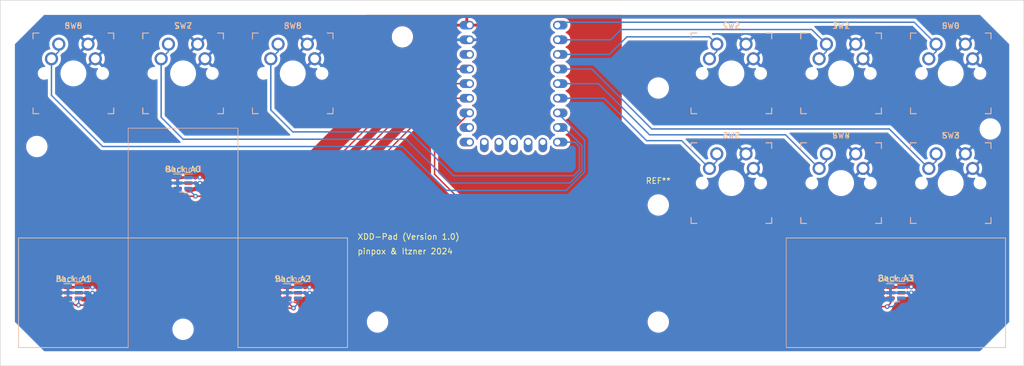
<source format=kicad_pcb>
(kicad_pcb (version 20221018) (generator pcbnew)
  (layers (0 "F.Cu" signal) (31 "B.Cu" signal) (34 "B.Paste" user) (35 "F.Paste" user) (36 "B.SilkS" user "B.Silkscreen") (37 "F.SilkS" user "F.Silkscreen") (38 "B.Mask" user) (39 "F.Mask" user) (44 "Edge.Cuts" user))
  (net 0 "")
  (net 7 "unconnected-(U5-15-Pad16)")
  (net 8 "unconnected-(U5-3V3-Pad21)")
  (net 9 "5V")
  (net 10 "Net-(Back_A0-OUT)")
  (net 11 "GND")
  (net 12 "Net-(Back_A1-OUT)")
  (net 13 "Net-(Back_A2-OUT)")
  (net 14 "Net-(Back_A3-OUT)")
  (net 15 "Digital0")
  (net 16 "Digital1")
  (net 17 "Digital2")
  (net 18 "Digital3")
  (net 19 "Digital4")
  (net 20 "Digital5")
  (net 21 "Digital6")
  (net 22 "Digital7")
  (net 23 "Digital8")
  (footprint "Library:SOT-23_Cherry_MX1u" (layer "F.Cu") (at 75.05 64.495)
    (fp_text reference "Back_A0" (at 0 -2.4) (layer "F.SilkS"))
    (fp_text value "~")
    (fp_line (start 0 -1.56) (end -1.675 -1.56) (stroke (width 0.12)) (layer "F.SilkS"))
    (fp_line (start 0 -1.56) (end 0.65 -1.56) (stroke (width 0.12)) (layer "F.SilkS"))
    (fp_line (start 0 1.56) (end -0.65 1.56) (stroke (width 0.12)) (layer "F.SilkS"))
    (fp_line (start 0 1.56) (end 0.65 1.56) (stroke (width 0.12)) (layer "F.SilkS"))
    (fp_rect (start -9.525 -9.525) (end 9.525 9.525) (stroke (width 0.1)) (fill none) (layer "F.SilkS"))
    (pad "1" smd roundrect (at -0.9375 -0.95) (size 1.475 0.6) (layers "F.Cu" "F.Paste" "F.Mask") (net 9 "5V"))
    (pad "2" smd roundrect (at -0.9375 0.95) (size 1.475 0.6) (layers "F.Cu" "F.Paste" "F.Mask") (net 10 "Net-(Back_A0-OUT)"))
    (pad "3" smd roundrect (at 0.9375 0) (size 1.475 0.6) (layers "F.Cu" "F.Paste" "F.Mask") (net 11 "GND"))
  )
  (footprint "Library:SOT-23_Cherry_MX2u" (layer "F.Cu") (at 198.875 83.545)
    (fp_text reference "Back_A3" (at 0 -2.525) (layer "F.SilkS"))
    (fp_text value "~")
    (fp_line (start 0 -1.56) (end -1.675 -1.56) (stroke (width 0.12)) (layer "F.SilkS"))
    (fp_line (start 0 -1.56) (end 0.65 -1.56) (stroke (width 0.12)) (layer "F.SilkS"))
    (fp_line (start 0 1.56) (end -0.65 1.56) (stroke (width 0.12)) (layer "F.SilkS"))
    (fp_line (start 0 1.56) (end 0.65 1.56) (stroke (width 0.12)) (layer "F.SilkS"))
    (fp_rect (start -19.05 -9.525) (end 19.05 9.525) (stroke (width 0.1)) (fill none) (layer "F.SilkS"))
    (pad "1" smd roundrect (at -0.9375 -0.95) (size 1.475 0.6) (layers "F.Cu" "F.Paste" "F.Mask") (net 9 "5V"))
    (pad "2" smd roundrect (at -0.9375 0.95) (size 1.475 0.6) (layers "F.Cu" "F.Paste" "F.Mask") (net 14 "Net-(Back_A3-OUT)"))
    (pad "3" smd roundrect (at 0.9375 0) (size 1.475 0.6) (layers "F.Cu" "F.Paste" "F.Mask") (net 11 "GND"))
  )
  (footprint "keyswitches:SW_MX_reversible" (layer "F.Cu") (at 170.3 64.495)
    (fp_text reference "SW5" (at 0 -8.255) (layer "F.SilkS"))
    (fp_text value "SW_Push_Dual")
    (fp_text user "${REFERENCE}" (at 0 -8.255) (layer "B.SilkS") (effects (justify mirror)))
    (fp_line (start -7 -7) (end -6 -7) (stroke (width 0.15)) (layer "B.SilkS"))
    (fp_line (start -7 -6) (end -7 -7) (stroke (width 0.15)) (layer "B.SilkS"))
    (fp_line (start -7 7) (end -7 6) (stroke (width 0.15)) (layer "B.SilkS"))
    (fp_line (start -6 7) (end -7 7) (stroke (width 0.15)) (layer "B.SilkS"))
    (fp_line (start 6 -7) (end 7 -7) (stroke (width 0.15)) (layer "B.SilkS"))
    (fp_line (start 7 -7) (end 7 -6) (stroke (width 0.15)) (layer "B.SilkS"))
    (fp_line (start 7 6) (end 7 7) (stroke (width 0.15)) (layer "B.SilkS"))
    (fp_line (start 7 7) (end 6 7) (stroke (width 0.15)) (layer "B.SilkS"))
    (fp_line (start -7 -7) (end -6 -7) (stroke (width 0.15)) (layer "F.SilkS"))
    (fp_line (start -7 -6) (end -7 -7) (stroke (width 0.15)) (layer "F.SilkS"))
    (fp_line (start -7 7) (end -7 6) (stroke (width 0.15)) (layer "F.SilkS"))
    (fp_line (start -6 7) (end -7 7) (stroke (width 0.15)) (layer "F.SilkS"))
    (fp_line (start 6 -7) (end 7 -7) (stroke (width 0.15)) (layer "F.SilkS"))
    (fp_line (start 7 -7) (end 7 -6) (stroke (width 0.15)) (layer "F.SilkS"))
    (fp_line (start 7 6) (end 7 7) (stroke (width 0.15)) (layer "F.SilkS"))
    (fp_line (start 7 7) (end 6 7) (stroke (width 0.15)) (layer "F.SilkS"))
    (pad "" np_thru_hole circle (at -5.08 0) (size 1.7018 1.7018) (drill 1.7018) (layers "*.Cu" "*.Mask"))
    (pad "" np_thru_hole circle (at 0 0) (size 3.9878 3.9878) (drill 3.9878) (layers "*.Cu" "*.Mask"))
    (pad "" np_thru_hole circle (at 5.08 0) (size 1.7018 1.7018) (drill 1.7018) (layers "*.Cu" "*.Mask"))
    (pad "1" thru_hole circle (at -3.81 -2.54) (size 2.286 2.286) (drill 1.4986) (layers "*.Cu" "*.Mask") (net 20 "Digital5"))
    (pad "1" thru_hole circle (at -2.54 -5.08) (size 2.286 2.286) (drill 1.4986) (layers "*.Cu" "*.Mask") (net 20 "Digital5"))
    (pad "2" thru_hole circle (at 2.54 -5.08) (size 2.286 2.286) (drill 1.4986) (layers "*.Cu" "*.Mask") (net 11 "GND"))
    (pad "2" thru_hole circle (at 3.81 -2.54) (size 2.286 2.286) (drill 1.4986) (layers "*.Cu" "*.Mask") (net 11 "GND"))
  )
  (footprint "keyswitches:SW_MX_reversible" (layer "F.Cu") (at 56 45.445)
    (fp_text reference "SW6" (at 0 -8.255) (layer "F.SilkS"))
    (fp_text value "SW_Push_Dual")
    (fp_text user "${REFERENCE}" (at 0 -8.255) (layer "B.SilkS") (effects (justify mirror)))
    (fp_line (start -7 -7) (end -6 -7) (stroke (width 0.15)) (layer "B.SilkS"))
    (fp_line (start -7 -6) (end -7 -7) (stroke (width 0.15)) (layer "B.SilkS"))
    (fp_line (start -7 7) (end -7 6) (stroke (width 0.15)) (layer "B.SilkS"))
    (fp_line (start -6 7) (end -7 7) (stroke (width 0.15)) (layer "B.SilkS"))
    (fp_line (start 6 -7) (end 7 -7) (stroke (width 0.15)) (layer "B.SilkS"))
    (fp_line (start 7 -7) (end 7 -6) (stroke (width 0.15)) (layer "B.SilkS"))
    (fp_line (start 7 6) (end 7 7) (stroke (width 0.15)) (layer "B.SilkS"))
    (fp_line (start 7 7) (end 6 7) (stroke (width 0.15)) (layer "B.SilkS"))
    (fp_line (start -7 -7) (end -6 -7) (stroke (width 0.15)) (layer "F.SilkS"))
    (fp_line (start -7 -6) (end -7 -7) (stroke (width 0.15)) (layer "F.SilkS"))
    (fp_line (start -7 7) (end -7 6) (stroke (width 0.15)) (layer "F.SilkS"))
    (fp_line (start -6 7) (end -7 7) (stroke (width 0.15)) (layer "F.SilkS"))
    (fp_line (start 6 -7) (end 7 -7) (stroke (width 0.15)) (layer "F.SilkS"))
    (fp_line (start 7 -7) (end 7 -6) (stroke (width 0.15)) (layer "F.SilkS"))
    (fp_line (start 7 6) (end 7 7) (stroke (width 0.15)) (layer "F.SilkS"))
    (fp_line (start 7 7) (end 6 7) (stroke (width 0.15)) (layer "F.SilkS"))
    (pad "" np_thru_hole circle (at -5.08 0) (size 1.7018 1.7018) (drill 1.7018) (layers "*.Cu" "*.Mask"))
    (pad "" np_thru_hole circle (at 0 0) (size 3.9878 3.9878) (drill 3.9878) (layers "*.Cu" "*.Mask"))
    (pad "" np_thru_hole circle (at 5.08 0) (size 1.7018 1.7018) (drill 1.7018) (layers "*.Cu" "*.Mask"))
    (pad "1" thru_hole circle (at -3.81 -2.54) (size 2.286 2.286) (drill 1.4986) (layers "*.Cu" "*.Mask") (net 21 "Digital6"))
    (pad "1" thru_hole circle (at -2.54 -5.08) (size 2.286 2.286) (drill 1.4986) (layers "*.Cu" "*.Mask") (net 21 "Digital6"))
    (pad "2" thru_hole circle (at 2.54 -5.08) (size 2.286 2.286) (drill 1.4986) (layers "*.Cu" "*.Mask") (net 11 "GND"))
    (pad "2" thru_hole circle (at 3.81 -2.54) (size 2.286 2.286) (drill 1.4986) (layers "*.Cu" "*.Mask") (net 11 "GND"))
  )
  (footprint "MountingHole:MountingHole_3.2mm_M3" (layer "F.Cu") (at 157.6 88.625)
    (fp_text reference "REF**" hide)
    (fp_text value "M3")
    (pad "" np_thru_hole circle (at 0 0) (size 3.2 3.2) (drill 3.2) (layers "F&B.Cu" "*.Mask"))
  )
  (footprint "keyswitches:SW_MX_reversible" (layer "F.Cu") (at 208.4 64.495)
    (fp_text reference "SW3" (at 0 -8.255) (layer "F.SilkS"))
    (fp_text value "SW_Push_Dual")
    (fp_text user "${REFERENCE}" (at 0 -8.255) (layer "B.SilkS") (effects (justify mirror)))
    (fp_line (start -7 -7) (end -6 -7) (stroke (width 0.15)) (layer "B.SilkS"))
    (fp_line (start -7 -6) (end -7 -7) (stroke (width 0.15)) (layer "B.SilkS"))
    (fp_line (start -7 7) (end -7 6) (stroke (width 0.15)) (layer "B.SilkS"))
    (fp_line (start -6 7) (end -7 7) (stroke (width 0.15)) (layer "B.SilkS"))
    (fp_line (start 6 -7) (end 7 -7) (stroke (width 0.15)) (layer "B.SilkS"))
    (fp_line (start 7 -7) (end 7 -6) (stroke (width 0.15)) (layer "B.SilkS"))
    (fp_line (start 7 6) (end 7 7) (stroke (width 0.15)) (layer "B.SilkS"))
    (fp_line (start 7 7) (end 6 7) (stroke (width 0.15)) (layer "B.SilkS"))
    (fp_line (start -7 -7) (end -6 -7) (stroke (width 0.15)) (layer "F.SilkS"))
    (fp_line (start -7 -6) (end -7 -7) (stroke (width 0.15)) (layer "F.SilkS"))
    (fp_line (start -7 7) (end -7 6) (stroke (width 0.15)) (layer "F.SilkS"))
    (fp_line (start -6 7) (end -7 7) (stroke (width 0.15)) (layer "F.SilkS"))
    (fp_line (start 6 -7) (end 7 -7) (stroke (width 0.15)) (layer "F.SilkS"))
    (fp_line (start 7 -7) (end 7 -6) (stroke (width 0.15)) (layer "F.SilkS"))
    (fp_line (start 7 6) (end 7 7) (stroke (width 0.15)) (layer "F.SilkS"))
    (fp_line (start 7 7) (end 6 7) (stroke (width 0.15)) (layer "F.SilkS"))
    (pad "" np_thru_hole circle (at -5.08 0) (size 1.7018 1.7018) (drill 1.7018) (layers "*.Cu" "*.Mask"))
    (pad "" np_thru_hole circle (at 0 0) (size 3.9878 3.9878) (drill 3.9878) (layers "*.Cu" "*.Mask"))
    (pad "" np_thru_hole circle (at 5.08 0) (size 1.7018 1.7018) (drill 1.7018) (layers "*.Cu" "*.Mask"))
    (pad "1" thru_hole circle (at -3.81 -2.54) (size 2.286 2.286) (drill 1.4986) (layers "*.Cu" "*.Mask") (net 18 "Digital3"))
    (pad "1" thru_hole circle (at -2.54 -5.08) (size 2.286 2.286) (drill 1.4986) (layers "*.Cu" "*.Mask") (net 18 "Digital3"))
    (pad "2" thru_hole circle (at 2.54 -5.08) (size 2.286 2.286) (drill 1.4986) (layers "*.Cu" "*.Mask") (net 11 "GND"))
    (pad "2" thru_hole circle (at 3.81 -2.54) (size 2.286 2.286) (drill 1.4986) (layers "*.Cu" "*.Mask") (net 11 "GND"))
  )
  (footprint "MountingHole:MountingHole_3.2mm_M3" (layer "F.Cu") (at 75.05 89.895)
    (fp_text reference "REF**" hide)
    (fp_text value "M3")
    (pad "" np_thru_hole circle (at 0 0) (size 3.2 3.2) (drill 3.2) (layers "F&B.Cu" "*.Mask"))
  )
  (footprint "keyswitches:SW_MX_reversible" (layer "F.Cu") (at 208.4 45.445)
    (fp_text reference "SW0" (at 0 -8.255) (layer "F.SilkS"))
    (fp_text value "SW_Push_Dual")
    (fp_text user "${REFERENCE}" (at 0 -8.255) (layer "B.SilkS") (effects (justify mirror)))
    (fp_line (start -7 -7) (end -6 -7) (stroke (width 0.15)) (layer "B.SilkS"))
    (fp_line (start -7 -6) (end -7 -7) (stroke (width 0.15)) (layer "B.SilkS"))
    (fp_line (start -7 7) (end -7 6) (stroke (width 0.15)) (layer "B.SilkS"))
    (fp_line (start -6 7) (end -7 7) (stroke (width 0.15)) (layer "B.SilkS"))
    (fp_line (start 6 -7) (end 7 -7) (stroke (width 0.15)) (layer "B.SilkS"))
    (fp_line (start 7 -7) (end 7 -6) (stroke (width 0.15)) (layer "B.SilkS"))
    (fp_line (start 7 6) (end 7 7) (stroke (width 0.15)) (layer "B.SilkS"))
    (fp_line (start 7 7) (end 6 7) (stroke (width 0.15)) (layer "B.SilkS"))
    (fp_line (start -7 -7) (end -6 -7) (stroke (width 0.15)) (layer "F.SilkS"))
    (fp_line (start -7 -6) (end -7 -7) (stroke (width 0.15)) (layer "F.SilkS"))
    (fp_line (start -7 7) (end -7 6) (stroke (width 0.15)) (layer "F.SilkS"))
    (fp_line (start -6 7) (end -7 7) (stroke (width 0.15)) (layer "F.SilkS"))
    (fp_line (start 6 -7) (end 7 -7) (stroke (width 0.15)) (layer "F.SilkS"))
    (fp_line (start 7 -7) (end 7 -6) (stroke (width 0.15)) (layer "F.SilkS"))
    (fp_line (start 7 6) (end 7 7) (stroke (width 0.15)) (layer "F.SilkS"))
    (fp_line (start 7 7) (end 6 7) (stroke (width 0.15)) (layer "F.SilkS"))
    (pad "" np_thru_hole circle (at -5.08 0) (size 1.7018 1.7018) (drill 1.7018) (layers "*.Cu" "*.Mask"))
    (pad "" np_thru_hole circle (at 0 0) (size 3.9878 3.9878) (drill 3.9878) (layers "*.Cu" "*.Mask"))
    (pad "" np_thru_hole circle (at 5.08 0) (size 1.7018 1.7018) (drill 1.7018) (layers "*.Cu" "*.Mask"))
    (pad "1" thru_hole circle (at -3.81 -2.54) (size 2.286 2.286) (drill 1.4986) (layers "*.Cu" "*.Mask") (net 15 "Digital0"))
    (pad "1" thru_hole circle (at -2.54 -5.08) (size 2.286 2.286) (drill 1.4986) (layers "*.Cu" "*.Mask") (net 15 "Digital0"))
    (pad "2" thru_hole circle (at 2.54 -5.08) (size 2.286 2.286) (drill 1.4986) (layers "*.Cu" "*.Mask") (net 11 "GND"))
    (pad "2" thru_hole circle (at 3.81 -2.54) (size 2.286 2.286) (drill 1.4986) (layers "*.Cu" "*.Mask") (net 11 "GND"))
  )
  (footprint "keyswitches:SW_MX_reversible" (layer "F.Cu") (at 170.3 45.445)
    (fp_text reference "SW2" (at 0 -8.255) (layer "F.SilkS"))
    (fp_text value "SW_Push_Dual")
    (fp_text user "${REFERENCE}" (at 0 -8.255) (layer "B.SilkS") (effects (justify mirror)))
    (fp_line (start -7 -7) (end -6 -7) (stroke (width 0.15)) (layer "B.SilkS"))
    (fp_line (start -7 -6) (end -7 -7) (stroke (width 0.15)) (layer "B.SilkS"))
    (fp_line (start -7 7) (end -7 6) (stroke (width 0.15)) (layer "B.SilkS"))
    (fp_line (start -6 7) (end -7 7) (stroke (width 0.15)) (layer "B.SilkS"))
    (fp_line (start 6 -7) (end 7 -7) (stroke (width 0.15)) (layer "B.SilkS"))
    (fp_line (start 7 -7) (end 7 -6) (stroke (width 0.15)) (layer "B.SilkS"))
    (fp_line (start 7 6) (end 7 7) (stroke (width 0.15)) (layer "B.SilkS"))
    (fp_line (start 7 7) (end 6 7) (stroke (width 0.15)) (layer "B.SilkS"))
    (fp_line (start -7 -7) (end -6 -7) (stroke (width 0.15)) (layer "F.SilkS"))
    (fp_line (start -7 -6) (end -7 -7) (stroke (width 0.15)) (layer "F.SilkS"))
    (fp_line (start -7 7) (end -7 6) (stroke (width 0.15)) (layer "F.SilkS"))
    (fp_line (start -6 7) (end -7 7) (stroke (width 0.15)) (layer "F.SilkS"))
    (fp_line (start 6 -7) (end 7 -7) (stroke (width 0.15)) (layer "F.SilkS"))
    (fp_line (start 7 -7) (end 7 -6) (stroke (width 0.15)) (layer "F.SilkS"))
    (fp_line (start 7 6) (end 7 7) (stroke (width 0.15)) (layer "F.SilkS"))
    (fp_line (start 7 7) (end 6 7) (stroke (width 0.15)) (layer "F.SilkS"))
    (pad "" np_thru_hole circle (at -5.08 0) (size 1.7018 1.7018) (drill 1.7018) (layers "*.Cu" "*.Mask"))
    (pad "" np_thru_hole circle (at 0 0) (size 3.9878 3.9878) (drill 3.9878) (layers "*.Cu" "*.Mask"))
    (pad "" np_thru_hole circle (at 5.08 0) (size 1.7018 1.7018) (drill 1.7018) (layers "*.Cu" "*.Mask"))
    (pad "1" thru_hole circle (at -3.81 -2.54) (size 2.286 2.286) (drill 1.4986) (layers "*.Cu" "*.Mask") (net 17 "Digital2"))
    (pad "1" thru_hole circle (at -2.54 -5.08) (size 2.286 2.286) (drill 1.4986) (layers "*.Cu" "*.Mask") (net 17 "Digital2"))
    (pad "2" thru_hole circle (at 2.54 -5.08) (size 2.286 2.286) (drill 1.4986) (layers "*.Cu" "*.Mask") (net 11 "GND"))
    (pad "2" thru_hole circle (at 3.81 -2.54) (size 2.286 2.286) (drill 1.4986) (layers "*.Cu" "*.Mask") (net 11 "GND"))
  )
  (footprint "keyswitches:SW_MX_reversible" (layer "F.Cu") (at 189.35 64.495)
    (fp_text reference "SW4" (at 0 -8.255) (layer "F.SilkS"))
    (fp_text value "SW_Push_Dual")
    (fp_text user "${REFERENCE}" (at 0 -8.255) (layer "B.SilkS") (effects (justify mirror)))
    (fp_line (start -7 -7) (end -6 -7) (stroke (width 0.15)) (layer "B.SilkS"))
    (fp_line (start -7 -6) (end -7 -7) (stroke (width 0.15)) (layer "B.SilkS"))
    (fp_line (start -7 7) (end -7 6) (stroke (width 0.15)) (layer "B.SilkS"))
    (fp_line (start -6 7) (end -7 7) (stroke (width 0.15)) (layer "B.SilkS"))
    (fp_line (start 6 -7) (end 7 -7) (stroke (width 0.15)) (layer "B.SilkS"))
    (fp_line (start 7 -7) (end 7 -6) (stroke (width 0.15)) (layer "B.SilkS"))
    (fp_line (start 7 6) (end 7 7) (stroke (width 0.15)) (layer "B.SilkS"))
    (fp_line (start 7 7) (end 6 7) (stroke (width 0.15)) (layer "B.SilkS"))
    (fp_line (start -7 -7) (end -6 -7) (stroke (width 0.15)) (layer "F.SilkS"))
    (fp_line (start -7 -6) (end -7 -7) (stroke (width 0.15)) (layer "F.SilkS"))
    (fp_line (start -7 7) (end -7 6) (stroke (width 0.15)) (layer "F.SilkS"))
    (fp_line (start -6 7) (end -7 7) (stroke (width 0.15)) (layer "F.SilkS"))
    (fp_line (start 6 -7) (end 7 -7) (stroke (width 0.15)) (layer "F.SilkS"))
    (fp_line (start 7 -7) (end 7 -6) (stroke (width 0.15)) (layer "F.SilkS"))
    (fp_line (start 7 6) (end 7 7) (stroke (width 0.15)) (layer "F.SilkS"))
    (fp_line (start 7 7) (end 6 7) (stroke (width 0.15)) (layer "F.SilkS"))
    (pad "" np_thru_hole circle (at -5.08 0) (size 1.7018 1.7018) (drill 1.7018) (layers "*.Cu" "*.Mask"))
    (pad "" np_thru_hole circle (at 0 0) (size 3.9878 3.9878) (drill 3.9878) (layers "*.Cu" "*.Mask"))
    (pad "" np_thru_hole circle (at 5.08 0) (size 1.7018 1.7018) (drill 1.7018) (layers "*.Cu" "*.Mask"))
    (pad "1" thru_hole circle (at -3.81 -2.54) (size 2.286 2.286) (drill 1.4986) (layers "*.Cu" "*.Mask") (net 19 "Digital4"))
    (pad "1" thru_hole circle (at -2.54 -5.08) (size 2.286 2.286) (drill 1.4986) (layers "*.Cu" "*.Mask") (net 19 "Digital4"))
    (pad "2" thru_hole circle (at 2.54 -5.08) (size 2.286 2.286) (drill 1.4986) (layers "*.Cu" "*.Mask") (net 11 "GND"))
    (pad "2" thru_hole circle (at 3.81 -2.54) (size 2.286 2.286) (drill 1.4986) (layers "*.Cu" "*.Mask") (net 11 "GND"))
  )
  (footprint "MountingHole:MountingHole_3.2mm_M3" (layer "F.Cu") (at 49.65 58.145)
    (fp_text reference "REF**" hide)
    (fp_text value "M3")
    (pad "" np_thru_hole circle (at 0 0) (size 3.2 3.2) (drill 3.2) (layers "F&B.Cu" "*.Mask"))
  )
  (footprint "MountingHole:MountingHole_3.2mm_M3" (layer "F.Cu") (at 108.832 88.625)
    (fp_text reference "REF**" hide)
    (fp_text value "M3")
    (pad "" np_thru_hole circle (at 0 0) (size 3.2 3.2) (drill 3.2) (layers "F&B.Cu" "*.Mask"))
  )
  (footprint "MountingHole:MountingHole_3.2mm_M3" (layer "F.Cu") (at 215.258 55.097)
    (fp_text reference "REF**" hide)
    (fp_text value "M3")
    (pad "" np_thru_hole circle (at 0 0) (size 3.2 3.2) (drill 3.2) (layers "*.Cu" "*.Mask"))
  )
  (footprint "MountingHole:MountingHole_3.2mm_M3" (layer "F.Cu") (at 157.6 47.985)
    (fp_text reference "REF**" hide)
    (fp_text value "M3")
    (pad "" np_thru_hole circle (at 0 0) (size 3.2 3.2) (drill 3.2) (layers "F&B.Cu" "*.Mask"))
  )
  (footprint "keyswitches:SW_MX_reversible" (layer "F.Cu") (at 189.35 45.445)
    (fp_text reference "SW1" (at 0 -8.255) (layer "F.SilkS"))
    (fp_text value "SW_Push_Dual")
    (fp_text user "${REFERENCE}" (at 0 -8.255) (layer "B.SilkS") (effects (justify mirror)))
    (fp_line (start -7 -7) (end -6 -7) (stroke (width 0.15)) (layer "B.SilkS"))
    (fp_line (start -7 -6) (end -7 -7) (stroke (width 0.15)) (layer "B.SilkS"))
    (fp_line (start -7 7) (end -7 6) (stroke (width 0.15)) (layer "B.SilkS"))
    (fp_line (start -6 7) (end -7 7) (stroke (width 0.15)) (layer "B.SilkS"))
    (fp_line (start 6 -7) (end 7 -7) (stroke (width 0.15)) (layer "B.SilkS"))
    (fp_line (start 7 -7) (end 7 -6) (stroke (width 0.15)) (layer "B.SilkS"))
    (fp_line (start 7 6) (end 7 7) (stroke (width 0.15)) (layer "B.SilkS"))
    (fp_line (start 7 7) (end 6 7) (stroke (width 0.15)) (layer "B.SilkS"))
    (fp_line (start -7 -7) (end -6 -7) (stroke (width 0.15)) (layer "F.SilkS"))
    (fp_line (start -7 -6) (end -7 -7) (stroke (width 0.15)) (layer "F.SilkS"))
    (fp_line (start -7 7) (end -7 6) (stroke (width 0.15)) (layer "F.SilkS"))
    (fp_line (start -6 7) (end -7 7) (stroke (width 0.15)) (layer "F.SilkS"))
    (fp_line (start 6 -7) (end 7 -7) (stroke (width 0.15)) (layer "F.SilkS"))
    (fp_line (start 7 -7) (end 7 -6) (stroke (width 0.15)) (layer "F.SilkS"))
    (fp_line (start 7 6) (end 7 7) (stroke (width 0.15)) (layer "F.SilkS"))
    (fp_line (start 7 7) (end 6 7) (stroke (width 0.15)) (layer "F.SilkS"))
    (pad "" np_thru_hole circle (at -5.08 0) (size 1.7018 1.7018) (drill 1.7018) (layers "*.Cu" "*.Mask"))
    (pad "" np_thru_hole circle (at 0 0) (size 3.9878 3.9878) (drill 3.9878) (layers "*.Cu" "*.Mask"))
    (pad "" np_thru_hole circle (at 5.08 0) (size 1.7018 1.7018) (drill 1.7018) (layers "*.Cu" "*.Mask"))
    (pad "1" thru_hole circle (at -3.81 -2.54) (size 2.286 2.286) (drill 1.4986) (layers "*.Cu" "*.Mask") (net 16 "Digital1"))
    (pad "1" thru_hole circle (at -2.54 -5.08) (size 2.286 2.286) (drill 1.4986) (layers "*.Cu" "*.Mask") (net 16 "Digital1"))
    (pad "2" thru_hole circle (at 2.54 -5.08) (size 2.286 2.286) (drill 1.4986) (layers "*.Cu" "*.Mask") (net 11 "GND"))
    (pad "2" thru_hole circle (at 3.81 -2.54) (size 2.286 2.286) (drill 1.4986) (layers "*.Cu" "*.Mask") (net 11 "GND"))
  )
  (footprint "Library:SOT-23_Cherry_MX1u" (layer "F.Cu") (at 56 83.545)
    (fp_text reference "Back_A1" (at 0 -2.4) (layer "F.SilkS"))
    (fp_text value "~")
    (fp_line (start 0 -1.56) (end -1.675 -1.56) (stroke (width 0.12)) (layer "F.SilkS"))
    (fp_line (start 0 -1.56) (end 0.65 -1.56) (stroke (width 0.12)) (layer "F.SilkS"))
    (fp_line (start 0 1.56) (end -0.65 1.56) (stroke (width 0.12)) (layer "F.SilkS"))
    (fp_line (start 0 1.56) (end 0.65 1.56) (stroke (width 0.12)) (layer "F.SilkS"))
    (fp_rect (start -9.525 -9.525) (end 9.525 9.525) (stroke (width 0.1)) (fill none) (layer "F.SilkS"))
    (pad "1" smd roundrect (at -0.9375 -0.95) (size 1.475 0.6) (layers "F.Cu" "F.Paste" "F.Mask") (net 9 "5V"))
    (pad "2" smd roundrect (at -0.9375 0.95) (size 1.475 0.6) (layers "F.Cu" "F.Paste" "F.Mask") (net 12 "Net-(Back_A1-OUT)"))
    (pad "3" smd roundrect (at 0.9375 0) (size 1.475 0.6) (layers "F.Cu" "F.Paste" "F.Mask") (net 11 "GND"))
  )
  (footprint "keyswitches:SW_MX_reversible" (layer "F.Cu") (at 94.1 45.445)
    (fp_text reference "SW8" (at 0 -8.255) (layer "F.SilkS"))
    (fp_text value "SW_Push_Dual")
    (fp_text user "${REFERENCE}" (at 0 -8.255) (layer "B.SilkS") (effects (justify mirror)))
    (fp_line (start -7 -7) (end -6 -7) (stroke (width 0.15)) (layer "B.SilkS"))
    (fp_line (start -7 -6) (end -7 -7) (stroke (width 0.15)) (layer "B.SilkS"))
    (fp_line (start -7 7) (end -7 6) (stroke (width 0.15)) (layer "B.SilkS"))
    (fp_line (start -6 7) (end -7 7) (stroke (width 0.15)) (layer "B.SilkS"))
    (fp_line (start 6 -7) (end 7 -7) (stroke (width 0.15)) (layer "B.SilkS"))
    (fp_line (start 7 -7) (end 7 -6) (stroke (width 0.15)) (layer "B.SilkS"))
    (fp_line (start 7 6) (end 7 7) (stroke (width 0.15)) (layer "B.SilkS"))
    (fp_line (start 7 7) (end 6 7) (stroke (width 0.15)) (layer "B.SilkS"))
    (fp_line (start -7 -7) (end -6 -7) (stroke (width 0.15)) (layer "F.SilkS"))
    (fp_line (start -7 -6) (end -7 -7) (stroke (width 0.15)) (layer "F.SilkS"))
    (fp_line (start -7 7) (end -7 6) (stroke (width 0.15)) (layer "F.SilkS"))
    (fp_line (start -6 7) (end -7 7) (stroke (width 0.15)) (layer "F.SilkS"))
    (fp_line (start 6 -7) (end 7 -7) (stroke (width 0.15)) (layer "F.SilkS"))
    (fp_line (start 7 -7) (end 7 -6) (stroke (width 0.15)) (layer "F.SilkS"))
    (fp_line (start 7 6) (end 7 7) (stroke (width 0.15)) (layer "F.SilkS"))
    (fp_line (start 7 7) (end 6 7) (stroke (width 0.15)) (layer "F.SilkS"))
    (pad "" np_thru_hole circle (at -5.08 0) (size 1.7018 1.7018) (drill 1.7018) (layers "*.Cu" "*.Mask"))
    (pad "" np_thru_hole circle (at 0 0) (size 3.9878 3.9878) (drill 3.9878) (layers "*.Cu" "*.Mask"))
    (pad "" np_thru_hole circle (at 5.08 0) (size 1.7018 1.7018) (drill 1.7018) (layers "*.Cu" "*.Mask"))
    (pad "1" thru_hole circle (at -3.81 -2.54) (size 2.286 2.286) (drill 1.4986) (layers "*.Cu" "*.Mask") (net 23 "Digital8"))
    (pad "1" thru_hole circle (at -2.54 -5.08) (size 2.286 2.286) (drill 1.4986) (layers "*.Cu" "*.Mask") (net 23 "Digital8"))
    (pad "2" thru_hole circle (at 2.54 -5.08) (size 2.286 2.286) (drill 1.4986) (layers "*.Cu" "*.Mask") (net 11 "GND"))
    (pad "2" thru_hole circle (at 3.81 -2.54) (size 2.286 2.286) (drill 1.4986) (layers "*.Cu" "*.Mask") (net 11 "GND"))
  )
  (footprint "MountingHole:MountingHole_3.2mm_M3" (layer "F.Cu") (at 157.6 68.305)
    (fp_text reference "REF**" (at 0 -4.2) (layer "F.SilkS"))
    (fp_text value "M3")
    (pad "" np_thru_hole circle (at 0 0) (size 3.2 3.2) (drill 3.2) (layers "F&B.Cu" "*.Mask"))
  )
  (footprint "mcu:rp2040-zero-tht" (layer "F.Cu") (at 132.454 47.223)
    (fp_text reference "U5" hide)
    (fp_text value "rp2040-zero" hide)
    (pad "1" thru_hole oval (at 7.62 -10.16 180) (size 2.5 1.5) (drill 1 (offset -0.5 0)) (layers "*.Cu" "*.Mask") (net 15 "Digital0"))
    (pad "2" thru_hole oval (at 7.62 -7.62 180) (size 2.5 1.5) (drill 1 (offset -0.5 0)) (layers "*.Cu" "*.Mask") (net 16 "Digital1"))
    (pad "3" thru_hole oval (at 7.62 -5.08 180) (size 2.5 1.5) (drill 1 (offset -0.5 0)) (layers "*.Cu" "*.Mask") (net 17 "Digital2"))
    (pad "4" thru_hole oval (at 7.62 -2.54 180) (size 2.5 1.5) (drill 1 (offset -0.5 0)) (layers "*.Cu" "*.Mask") (net 18 "Digital3"))
    (pad "5" thru_hole oval (at 7.62 0 180) (size 2.5 1.5) (drill 1 (offset -0.5 0)) (layers "*.Cu" "*.Mask") (net 19 "Digital4"))
    (pad "6" thru_hole oval (at 7.62 2.54 180) (size 2.5 1.5) (drill 1 (offset -0.5 0)) (layers "*.Cu" "*.Mask") (net 20 "Digital5"))
    (pad "7" thru_hole oval (at 7.62 5.08 180) (size 2.5 1.5) (drill 1 (offset -0.5 0)) (layers "*.Cu" "*.Mask") (net 21 "Digital6"))
    (pad "8" thru_hole oval (at 7.62 7.62 180) (size 2.5 1.5) (drill 1 (offset -0.5 0)) (layers "*.Cu" "*.Mask") (net 22 "Digital7"))
    (pad "9" thru_hole oval (at 7.62 10.16 180) (size 2.5 1.5) (drill 1 (offset -0.5 0)) (layers "*.Cu" "*.Mask") (net 23 "Digital8"))
    (pad "10" thru_hole oval (at 5.08 10.16 90) (size 2.5 1.5) (drill 1 (offset -0.5 0)) (layers "*.Cu" "*.Mask"))
    (pad "11" thru_hole oval (at 2.54 10.16 90) (size 2.5 1.5) (drill 1 (offset -0.5 0)) (layers "*.Cu" "*.Mask"))
    (pad "12" thru_hole oval (at 0 10.16 90) (size 2.5 1.5) (drill 1 (offset -0.5 0)) (layers "*.Cu" "*.Mask"))
    (pad "13" thru_hole oval (at -2.54 10.16 90) (size 2.5 1.5) (drill 1 (offset -0.5 0)) (layers "*.Cu" "*.Mask"))
    (pad "14" thru_hole oval (at -5.08 10.16 90) (size 2.5 1.5) (drill 1 (offset -0.5 0)) (layers "*.Cu" "*.Mask"))
    (pad "15" thru_hole oval (at -7.62 10.16) (size 2.5 1.5) (drill 1 (offset -0.5 0)) (layers "*.Cu" "*.Mask"))
    (pad "16" thru_hole oval (at -7.62 7.62) (size 2.5 1.5) (drill 1 (offset -0.5 0)) (layers "*.Cu" "*.Mask") (net 7 "unconnected-(U5-15-Pad16)"))
    (pad "17" thru_hole oval (at -7.62 5.08) (size 2.5 1.5) (drill 1 (offset -0.5 0)) (layers "*.Cu" "*.Mask") (net 14 "Net-(Back_A3-OUT)"))
    (pad "18" thru_hole oval (at -7.62 2.54) (size 2.5 1.5) (drill 1 (offset -0.5 0)) (layers "*.Cu" "*.Mask") (net 13 "Net-(Back_A2-OUT)"))
    (pad "19" thru_hole oval (at -7.62 0) (size 2.5 1.5) (drill 1 (offset -0.5 0)) (layers "*.Cu" "*.Mask") (net 12 "Net-(Back_A1-OUT)"))
    (pad "20" thru_hole oval (at -7.62 -2.54) (size 2.5 1.5) (drill 1 (offset -0.5 0)) (layers "*.Cu" "*.Mask") (net 10 "Net-(Back_A0-OUT)"))
    (pad "21" thru_hole oval (at -7.62 -5.08) (size 2.5 1.5) (drill 1 (offset -0.5 0)) (layers "*.Cu" "*.Mask") (net 8 "unconnected-(U5-3V3-Pad21)"))
    (pad "22" thru_hole oval (at -7.62 -7.62) (size 2.5 1.5) (drill 1 (offset -0.5 0)) (layers "*.Cu" "*.Mask") (net 11 "GND"))
    (pad "23" thru_hole oval (at -7.62 -10.16) (size 2.5 1.5) (drill 1 (offset -0.5 0)) (layers "*.Cu" "*.Mask") (net 9 "5V"))
  )
  (footprint "keyswitches:SW_MX_reversible" (layer "F.Cu") (at 75.05 45.445)
    (fp_text reference "SW7" (at 0 -8.255) (layer "F.SilkS"))
    (fp_text value "SW_Push_Dual")
    (fp_text user "${REFERENCE}" (at 0 -8.255) (layer "B.SilkS") (effects (justify mirror)))
    (fp_line (start -7 -7) (end -6 -7) (stroke (width 0.15)) (layer "B.SilkS"))
    (fp_line (start -7 -6) (end -7 -7) (stroke (width 0.15)) (layer "B.SilkS"))
    (fp_line (start -7 7) (end -7 6) (stroke (width 0.15)) (layer "B.SilkS"))
    (fp_line (start -6 7) (end -7 7) (stroke (width 0.15)) (layer "B.SilkS"))
    (fp_line (start 6 -7) (end 7 -7) (stroke (width 0.15)) (layer "B.SilkS"))
    (fp_line (start 7 -7) (end 7 -6) (stroke (width 0.15)) (layer "B.SilkS"))
    (fp_line (start 7 6) (end 7 7) (stroke (width 0.15)) (layer "B.SilkS"))
    (fp_line (start 7 7) (end 6 7) (stroke (width 0.15)) (layer "B.SilkS"))
    (fp_line (start -7 -7) (end -6 -7) (stroke (width 0.15)) (layer "F.SilkS"))
    (fp_line (start -7 -6) (end -7 -7) (stroke (width 0.15)) (layer "F.SilkS"))
    (fp_line (start -7 7) (end -7 6) (stroke (width 0.15)) (layer "F.SilkS"))
    (fp_line (start -6 7) (end -7 7) (stroke (width 0.15)) (layer "F.SilkS"))
    (fp_line (start 6 -7) (end 7 -7) (stroke (width 0.15)) (layer "F.SilkS"))
    (fp_line (start 7 -7) (end 7 -6) (stroke (width 0.15)) (layer "F.SilkS"))
    (fp_line (start 7 6) (end 7 7) (stroke (width 0.15)) (layer "F.SilkS"))
    (fp_line (start 7 7) (end 6 7) (stroke (width 0.15)) (layer "F.SilkS"))
    (pad "" np_thru_hole circle (at -5.08 0) (size 1.7018 1.7018) (drill 1.7018) (layers "*.Cu" "*.Mask"))
    (pad "" np_thru_hole circle (at 0 0) (size 3.9878 3.9878) (drill 3.9878) (layers "*.Cu" "*.Mask"))
    (pad "" np_thru_hole circle (at 5.08 0) (size 1.7018 1.7018) (drill 1.7018) (layers "*.Cu" "*.Mask"))
    (pad "1" thru_hole circle (at -3.81 -2.54) (size 2.286 2.286) (drill 1.4986) (layers "*.Cu" "*.Mask") (net 22 "Digital7"))
    (pad "1" thru_hole circle (at -2.54 -5.08) (size 2.286 2.286) (drill 1.4986) (layers "*.Cu" "*.Mask") (net 22 "Digital7"))
    (pad "2" thru_hole circle (at 2.54 -5.08) (size 2.286 2.286) (drill 1.4986) (layers "*.Cu" "*.Mask") (net 11 "GND"))
    (pad "2" thru_hole circle (at 3.81 -2.54) (size 2.286 2.286) (drill 1.4986) (layers "*.Cu" "*.Mask") (net 11 "GND"))
  )
  (footprint "Library:SOT-23_Cherry_MX1u" (layer "F.Cu") (at 94.1 83.545)
    (fp_text reference "Back_A2" (at 0 -2.4) (layer "F.SilkS"))
    (fp_text value "~")
    (fp_line (start 0 -1.56) (end -1.675 -1.56) (stroke (width 0.12)) (layer "F.SilkS"))
    (fp_line (start 0 -1.56) (end 0.65 -1.56) (stroke (width 0.12)) (layer "F.SilkS"))
    (fp_line (start 0 1.56) (end -0.65 1.56) (stroke (width 0.12)) (layer "F.SilkS"))
    (fp_line (start 0 1.56) (end 0.65 1.56) (stroke (width 0.12)) (layer "F.SilkS"))
    (fp_rect (start -9.525 -9.525) (end 9.525 9.525) (stroke (width 0.1)) (fill none) (layer "F.SilkS"))
    (pad "1" smd roundrect (at -0.9375 -0.95) (size 1.475 0.6) (layers "F.Cu" "F.Paste" "F.Mask") (net 9 "5V"))
    (pad "2" smd roundrect (at -0.9375 0.95) (size 1.475 0.6) (layers "F.Cu" "F.Paste" "F.Mask") (net 13 "Net-(Back_A2-OUT)"))
    (pad "3" smd roundrect (at 0.9375 0) (size 1.475 0.6) (layers "F.Cu" "F.Paste" "F.Mask") (net 11 "GND"))
  )
  (footprint "MountingHole:MountingHole_3.2mm_M3" (layer "F.Cu") (at 113.15 39.095)
    (fp_text reference "REF**" hide)
    (fp_text value "M3")
    (pad "" np_thru_hole circle (at 0 0) (size 3.2 3.2) (drill 3.2) (layers "F&B.Cu" "*.Mask"))
  )
  (footprint "Library:SOT-23_Cherry_MX2u" (layer "B.Cu") (at 198.875 83.545 180)
    (fp_text reference "Front_A3" (at 0 2.4) (layer "B.SilkS") (effects (justify mirror)))
    (fp_text value "~")
    (fp_line (start 0 -1.56) (end -0.65 -1.56) (stroke (width 0.12)) (layer "B.SilkS"))
    (fp_line (start 0 -1.56) (end 0.65 -1.56) (stroke (width 0.12)) (layer "B.SilkS"))
    (fp_line (start 0 1.56) (end -1.675 1.56) (stroke (width 0.12)) (layer "B.SilkS"))
    (fp_line (start 0 1.56) (end 0.65 1.56) (stroke (width 0.12)) (layer "B.SilkS"))
    (fp_rect (start -19.05 9.525) (end 19.05 -9.525) (stroke (width 0.1)) (fill none) (layer "B.SilkS"))
    (pad "1" smd roundrect (at -0.9375 0.95 180) (size 1.475 0.6) (layers "B.Cu" "B.Paste" "B.Mask") (net 9 "5V"))
    (pad "2" smd roundrect (at -0.9375 -0.95 180) (size 1.475 0.6) (layers "B.Cu" "B.Paste" "B.Mask") (net 14 "Net-(Back_A3-OUT)"))
    (pad "3" smd roundrect (at 0.9375 0 180) (size 1.475 0.6) (layers "B.Cu" "B.Paste" "B.Mask") (net 11 "GND"))
  )
  (footprint "Library:SOT-23_Cherry_MX1u" (layer "B.Cu") (at 75.05 64.495 180)
    (fp_text reference "Front_A0" (at 0 2.4) (layer "B.SilkS") (effects (justify mirror)))
    (fp_text value "~")
    (fp_line (start 0 -1.56) (end -0.65 -1.56) (stroke (width 0.12)) (layer "B.SilkS"))
    (fp_line (start 0 -1.56) (end 0.65 -1.56) (stroke (width 0.12)) (layer "B.SilkS"))
    (fp_line (start 0 1.56) (end -1.675 1.56) (stroke (width 0.12)) (layer "B.SilkS"))
    (fp_line (start 0 1.56) (end 0.65 1.56) (stroke (width 0.12)) (layer "B.SilkS"))
    (fp_rect (start -9.525 9.525) (end 9.525 -9.525) (stroke (width 0.1)) (fill none) (layer "B.SilkS"))
    (pad "1" smd roundrect (at -0.9375 0.95 180) (size 1.475 0.6) (layers "B.Cu" "B.Paste" "B.Mask") (net 9 "5V"))
    (pad "2" smd roundrect (at -0.9375 -0.95 180) (size 1.475 0.6) (layers "B.Cu" "B.Paste" "B.Mask") (net 10 "Net-(Back_A0-OUT)"))
    (pad "3" smd roundrect (at 0.9375 0 180) (size 1.475 0.6) (layers "B.Cu" "B.Paste" "B.Mask") (net 11 "GND"))
  )
  (footprint "Library:SOT-23_Cherry_MX1u" (layer "B.Cu") (at 94.1 83.545 180)
    (fp_text reference "Front_A2" (at 0 2.4) (layer "B.SilkS") (effects (justify mirror)))
    (fp_text value "~")
    (fp_line (start 0 -1.56) (end -0.65 -1.56) (stroke (width 0.12)) (layer "B.SilkS"))
    (fp_line (start 0 -1.56) (end 0.65 -1.56) (stroke (width 0.12)) (layer "B.SilkS"))
    (fp_line (start 0 1.56) (end -1.675 1.56) (stroke (width 0.12)) (layer "B.SilkS"))
    (fp_line (start 0 1.56) (end 0.65 1.56) (stroke (width 0.12)) (layer "B.SilkS"))
    (fp_rect (start -9.525 9.525) (end 9.525 -9.525) (stroke (width 0.1)) (fill none) (layer "B.SilkS"))
    (pad "1" smd roundrect (at -0.9375 0.95 180) (size 1.475 0.6) (layers "B.Cu" "B.Paste" "B.Mask") (net 9 "5V"))
    (pad "2" smd roundrect (at -0.9375 -0.95 180) (size 1.475 0.6) (layers "B.Cu" "B.Paste" "B.Mask") (net 13 "Net-(Back_A2-OUT)"))
    (pad "3" smd roundrect (at 0.9375 0 180) (size 1.475 0.6) (layers "B.Cu" "B.Paste" "B.Mask") (net 11 "GND"))
  )
  (footprint "Library:SOT-23_Cherry_MX1u" (layer "B.Cu") (at 56 83.545 180)
    (fp_text reference "Front_A1" (at 0 2.4) (layer "B.SilkS") (effects (justify mirror)))
    (fp_text value "~")
    (fp_line (start 0 -1.56) (end -0.65 -1.56) (stroke (width 0.12)) (layer "B.SilkS"))
    (fp_line (start 0 -1.56) (end 0.65 -1.56) (stroke (width 0.12)) (layer "B.SilkS"))
    (fp_line (start 0 1.56) (end -1.675 1.56) (stroke (width 0.12)) (layer "B.SilkS"))
    (fp_line (start 0 1.56) (end 0.65 1.56) (stroke (width 0.12)) (layer "B.SilkS"))
    (fp_rect (start -9.525 9.525) (end 9.525 -9.525) (stroke (width 0.1)) (fill none) (layer "B.SilkS"))
    (pad "1" smd roundrect (at -0.9375 0.95 180) (size 1.475 0.6) (layers "B.Cu" "B.Paste" "B.Mask") (net 9 "5V"))
    (pad "2" smd roundrect (at -0.9375 -0.95 180) (size 1.475 0.6) (layers "B.Cu" "B.Paste" "B.Mask") (net 12 "Net-(Back_A1-OUT)"))
    (pad "3" smd roundrect (at 0.9375 0 180) (size 1.475 0.6) (layers "B.Cu" "B.Paste" "B.Mask") (net 11 "GND"))
  )
  (gr_rect (start 43.3 32.745) (end 221.1 96.245) (stroke (width 0.1)) (fill none) (layer "Edge.Cuts"))
  (gr_text "2024" (at 117.976 76.941) (layer "F.SilkS") (effects (font (size 1 1)) (justify left bottom)))
  (gr_text "XDD-Pad (Version 1.0)" (at 105.276 74.401) (layer "F.SilkS") (effects (font (size 1 1)) (justify left bottom)))
  (gr_text "pinpox & Itzner" (at 105.276 76.941) (layer "F.SilkS") (effects (font (size 1 1)) (justify left bottom)))
  (segment (start 123.886 54.775) (end 124.58 54.775) (width 0.25) (layer "F.Cu") (net 7))
  (segment (start 124.58 42.075) (end 123.926396 42.075) (width 0.25) (layer "B.Cu") (net 8))
  (via (at 201.542 82.529) (size 0.8) (drill 0.4) (layers "F.Cu" "B.Cu") (net 9))
  (via (at 201.542 82.529) (size 0.8) (drill 0.4) (layers "F.Cu" "B.Cu") (net 9))
  (via (at 59.310758 82.594692) (size 0.8) (drill 0.4) (layers "F.Cu" "B.Cu") (net 9))
  (via (at 201.542 82.529) (size 0.8) (drill 0.4) (layers "F.Cu" "B.Cu") (net 9))
  (via (at 97.020124 82.594045) (size 0.8) (drill 0.4) (layers "F.Cu" "B.Cu") (net 9))
  (via (at 201.542 82.529) (size 0.8) (drill 0.4) (layers "F.Cu" "B.Cu") (net 9))
  (via (at 201.542 82.529) (size 0.8) (drill 0.4) (layers "F.Cu" "B.Cu") (net 9))
  (via (at 77.971 63.495497) (size 0.8) (drill 0.4) (layers "F.Cu" "B.Cu") (net 9))
  (segment (start 77.921497 63.545) (end 77.971 63.495497) (width 0.25) (layer "B.Cu") (net 9))
  (segment (start 97.019169 82.595) (end 95.0375 82.595) (width 0.25) (layer "B.Cu") (net 9))
  (segment (start 97.020124 82.594045) (end 97.019169 82.595) (width 0.25) (layer "B.Cu") (net 9))
  (segment (start 59.310758 82.594692) (end 59.31045 82.595) (width 0.25) (layer "B.Cu") (net 9))
  (segment (start 199.8785 82.529) (end 199.8125 82.595) (width 0.25) (layer "B.Cu") (net 9))
  (segment (start 59.31045 82.595) (end 56.9375 82.595) (width 0.25) (layer "B.Cu") (net 9))
  (segment (start 201.542 82.529) (end 199.8785 82.529) (width 0.25) (layer "B.Cu") (net 9))
  (segment (start 75.9875 63.545) (end 77.921497 63.545) (width 0.25) (layer "B.Cu") (net 9))
  (segment (start 117.23372 44.683) (end 124.834 44.683) (width 0.25) (layer "F.Cu") (net 10))
  (segment (start 95.13572 66.781) (end 117.23372 44.683) (width 0.25) (layer "F.Cu") (net 10))
  (segment (start 77.209 66.781) (end 75.4485 66.781) (width 0.25) (layer "F.Cu") (net 10))
  (segment (start 77.209 66.781) (end 95.13572 66.781) (width 0.25) (layer "F.Cu") (net 10))
  (segment (start 75.4485 66.781) (end 74.1125 65.445) (width 0.25) (layer "F.Cu") (net 10))
  (via (at 77.209 66.781) (size 0.8) (drill 0.4) (layers "F.Cu" "B.Cu") (net 10))
  (segment (start 77.209 66.781) (end 75.9875 65.5595) (width 0.25) (layer "B.Cu") (net 10))
  (segment (start 75.9875 65.5595) (end 75.9875 65.445) (width 0.25) (layer "B.Cu") (net 10))
  (segment (start 75.9875 64.495) (end 77.971 64.495) (width 0.25) (layer "F.Cu") (net 11))
  (segment (start 59.302 83.594156) (end 59.252844 83.545) (width 0.25) (layer "F.Cu") (net 11))
  (segment (start 96.985813 83.545) (end 95.0375 83.545) (width 0.25) (layer "F.Cu") (net 11))
  (segment (start 59.252844 83.545) (end 56.9375 83.545) (width 0.25) (layer "F.Cu") (net 11))
  (segment (start 124.58 39.388223) (end 124.58 39.535) (width 0.25) (layer "F.Cu") (net 11))
  (segment (start 201.542 83.545) (end 199.8125 83.545) (width 0.25) (layer "F.Cu") (net 11))
  (segment (start 97.034261 83.593448) (end 96.985813 83.545) (width 0.25) (layer "F.Cu") (net 11))
  (via (at 97.034261 83.593448) (size 0.8) (drill 0.4) (layers "F.Cu" "B.Cu") (net 11))
  (via (at 201.542 83.545) (size 0.8) (drill 0.4) (layers "F.Cu" "B.Cu") (net 11))
  (via (at 77.971 64.495) (size 0.8) (drill 0.4) (layers "F.Cu" "B.Cu") (net 11))
  (via (at 59.302 83.594156) (size 0.8) (drill 0.4) (layers "F.Cu" "B.Cu") (net 11))
  (segment (start 201.542 83.545) (end 201.551305 83.545) (width 0.25) (layer "B.Cu") (net 11))
  (segment (start 118.23 47.223) (end 124.834 47.223) (width 0.25) (layer "F.Cu") (net 12))
  (segment (start 56.889 85.704) (end 79.749 85.704) (width 0.25) (layer "F.Cu") (net 12))
  (segment (start 79.749 85.704) (end 118.23 47.223) (width 0.25) (layer "F.Cu") (net 12))
  (segment (start 56.2715 85.704) (end 55.0625 84.495) (width 0.25) (layer "F.Cu") (net 12))
  (segment (start 56.889 85.704) (end 56.2715 85.704) (width 0.25) (layer "F.Cu") (net 12))
  (via (at 56.889 85.704) (size 0.8) (drill 0.4) (layers "F.Cu" "B.Cu") (net 12))
  (segment (start 56.9375 85.6555) (end 56.9375 84.495) (width 0.25) (layer "B.Cu") (net 12))
  (segment (start 56.889 85.704) (end 56.9375 85.6555) (width 0.25) (layer "B.Cu") (net 12))
  (segment (start 93.1625 85.1475) (end 94.227 86.212) (width 0.25) (layer "F.Cu") (net 13))
  (segment (start 119.754 49.763) (end 124.834 49.763) (width 0.25) (layer "F.Cu") (net 13))
  (segment (start 86.988 85.577) (end 86.988 82.529) (width 0.25) (layer "F.Cu") (net 13))
  (segment (start 87.623 86.212) (end 86.988 85.577) (width 0.25) (layer "F.Cu") (net 13))
  (segment (start 86.988 82.529) (end 119.754 49.763) (width 0.25) (layer "F.Cu") (net 13))
  (segment (start 94.227 86.212) (end 87.623 86.212) (width 0.25) (layer "F.Cu") (net 13))
  (segment (start 93.1625 84.495) (end 93.1625 85.1475) (width 0.25) (layer "F.Cu") (net 13))
  (via (at 94.227 86.212) (size 0.8) (drill 0.4) (layers "F.Cu" "B.Cu") (net 13))
  (segment (start 95.0375 85.4015) (end 94.227 86.212) (width 0.25) (layer "B.Cu") (net 13))
  (segment (start 95.0375 84.495) (end 95.0375 85.4015) (width 0.25) (layer "B.Cu") (net 13))
  (segment (start 192.525 85.958) (end 197.351 85.958) (width 0.25) (layer "F.Cu") (net 14))
  (segment (start 197.9375 85.3715) (end 197.9375 84.495) (width 0.25) (layer "F.Cu") (net 14))
  (segment (start 187.572 81.005) (end 192.525 85.958) (width 0.25) (layer "F.Cu") (net 14))
  (segment (start 197.351 85.958) (end 197.9375 85.3715) (width 0.25) (layer "F.Cu") (net 14))
  (segment (start 136.772 81.005) (end 187.572 81.005) (width 0.25) (layer "F.Cu") (net 14))
  (segment (start 118.738 62.971) (end 136.772 81.005) (width 0.25) (layer "F.Cu") (net 14))
  (segment (start 124.834 52.303) (end 118.738 58.399) (width 0.25) (layer "F.Cu") (net 14))
  (segment (start 118.738 58.399) (end 118.738 62.971) (width 0.25) (layer "F.Cu") (net 14))
  (via (at 197.351 85.958) (size 0.8) (drill 0.4) (layers "F.Cu" "B.Cu") (net 14))
  (segment (start 197.351 85.958) (end 198.3495 85.958) (width 0.25) (layer "B.Cu") (net 14))
  (segment (start 198.3495 85.958) (end 199.8125 84.495) (width 0.25) (layer "B.Cu") (net 14))
  (segment (start 205.86 40.365) (end 202.05 36.555) (width 0.25) (layer "B.Cu") (net 15))
  (segment (start 202.05 36.555) (end 140.582 36.555) (width 0.25) (layer "B.Cu") (net 15))
  (segment (start 205.86 41.635) (end 205.86 40.365) (width 0.25) (layer "B.Cu") (net 15))
  (segment (start 204.59 42.905) (end 205.86 41.635) (width 0.25) (layer "B.Cu") (net 15))
  (segment (start 140.582 36.555) (end 140.074 37.063) (width 0.25) (layer "B.Cu") (net 15))
  (segment (start 186.81 41.635) (end 186.81 40.365) (width 0.25) (layer "B.Cu") (net 16))
  (segment (start 149.345 39.603) (end 140.074 39.603) (width 0.25) (layer "B.Cu") (net 16))
  (segment (start 140.78 38.897) (end 140.074 39.603) (width 0.25) (layer "B.Cu") (net 16))
  (segment (start 184.27 37.825) (end 151.123 37.825) (width 0.25) (layer "B.Cu") (net 16))
  (segment (start 151.123 37.825) (end 149.345 39.603) (width 0.25) (layer "B.Cu") (net 16))
  (segment (start 140.142 39.535) (end 139.82 39.535) (width 0.25) (layer "B.Cu") (net 16))
  (segment (start 185.54 42.905) (end 186.81 41.635) (width 0.25) (layer "B.Cu") (net 16))
  (segment (start 186.81 40.365) (end 184.27 37.825) (width 0.25) (layer "B.Cu") (net 16))
  (segment (start 149.091 42.143) (end 140.074 42.143) (width 0.25) (layer "B.Cu") (net 17))
  (segment (start 140.142 42.397) (end 139.82 42.075) (width 0.25) (layer "B.Cu") (net 17))
  (segment (start 167.76 40.365) (end 166.49 39.095) (width 0.25) (layer "B.Cu") (net 17))
  (segment (start 139.82 42.075) (end 139.82 42.09472) (width 0.25) (layer "B.Cu") (net 17))
  (segment (start 152.139 39.095) (end 149.091 42.143) (width 0.25) (layer "B.Cu") (net 17))
  (segment (start 166.49 42.905) (end 167.76 41.635) (width 0.25) (layer "B.Cu") (net 17))
  (segment (start 167.76 41.635) (end 167.76 40.365) (width 0.25) (layer "B.Cu") (net 17))
  (segment (start 166.49 39.095) (end 152.139 39.095) (width 0.25) (layer "B.Cu") (net 17))
  (segment (start 140.006 44.429) (end 139.82 44.615) (width 0.25) (layer "B.Cu") (net 18))
  (segment (start 197.732 55.097) (end 156.457 55.097) (width 0.25) (layer "B.Cu") (net 18))
  (segment (start 156.457 55.097) (end 146.043 44.683) (width 0.25) (layer "B.Cu") (net 18))
  (segment (start 205.86 60.685) (end 205.86 59.415) (width 0.25) (layer "B.Cu") (net 18))
  (segment (start 146.043 44.683) (end 140.074 44.683) (width 0.25) (layer "B.Cu") (net 18))
  (segment (start 204.59 61.955) (end 197.732 55.097) (width 0.25) (layer "B.Cu") (net 18))
  (segment (start 204.59 61.955) (end 205.86 60.685) (width 0.25) (layer "B.Cu") (net 18))
  (segment (start 147.186 47.223) (end 140.074 47.223) (width 0.25) (layer "B.Cu") (net 19))
  (segment (start 156.076 56.113) (end 147.186 47.223) (width 0.25) (layer "B.Cu") (net 19))
  (segment (start 185.54 61.955) (end 179.698 56.113) (width 0.25) (layer "B.Cu") (net 19))
  (segment (start 185.54 61.955) (end 186.81 60.685) (width 0.25) (layer "B.Cu") (net 19))
  (segment (start 179.698 56.113) (end 156.076 56.113) (width 0.25) (layer "B.Cu") (net 19))
  (segment (start 186.81 60.685) (end 186.81 59.415) (width 0.25) (layer "B.Cu") (net 19))
  (segment (start 167.76 60.685) (end 167.76 59.415) (width 0.25) (layer "B.Cu") (net 20))
  (segment (start 166.49 61.955) (end 167.76 60.685) (width 0.25) (layer "B.Cu") (net 20))
  (segment (start 148.202 49.763) (end 140.074 49.763) (width 0.25) (layer "B.Cu") (net 20))
  (segment (start 161.664 57.129) (end 155.568 57.129) (width 0.25) (layer "B.Cu") (net 20))
  (segment (start 155.568 57.129) (end 148.202 49.763) (width 0.25) (layer "B.Cu") (net 20))
  (segment (start 166.49 61.955) (end 161.664 57.129) (width 0.25) (layer "B.Cu") (net 20))
  (segment (start 141.600792 65.765) (end 120.77 65.765) (width 0.25) (layer "B.Cu") (net 21))
  (segment (start 140.074 52.303) (end 144.784 57.013) (width 0.25) (layer "B.Cu") (net 21))
  (segment (start 144.784 62.581792) (end 141.600792 65.765) (width 0.25) (layer "B.Cu") (net 21))
  (segment (start 52.19 49.255) (end 61.08 58.145) (width 0.25) (layer "B.Cu") (net 21))
  (segment (start 52.19 42.905) (end 53.46 41.635) (width 0.25) (layer "B.Cu") (net 21))
  (segment (start 144.784 57.013) (end 144.784 62.581792) (width 0.25) (layer "B.Cu") (net 21))
  (segment (start 52.19 42.905) (end 53.333 41.762) (width 0.25) (layer "B.Cu") (net 21))
  (segment (start 53.46 41.635) (end 53.46 40.365) (width 0.25) (layer "B.Cu") (net 21))
  (segment (start 61.08 58.145) (end 113.15 58.145) (width 0.25) (layer "B.Cu") (net 21))
  (segment (start 113.15 58.145) (end 120.77 65.765) (width 0.25) (layer "B.Cu") (net 21))
  (segment (start 52.19 42.905) (end 52.19 49.255) (width 0.25) (layer "B.Cu") (net 21))
  (segment (start 140.26 54.775) (end 139.82 54.775) (width 0.25) (layer "B.Cu") (net 22))
  (segment (start 71.24 42.905) (end 71.24 53.065) (width 0.25) (layer "B.Cu") (net 22))
  (segment (start 141.218396 54.843) (end 144.334 57.958604) (width 0.25) (layer "B.Cu") (net 22))
  (segment (start 71.24 42.905) (end 72.51 41.635) (width 0.25) (layer "B.Cu") (net 22))
  (segment (start 144.334 62.395396) (end 142.234396 64.495) (width 0.25) (layer "B.Cu") (net 22))
  (segment (start 142.234396 64.495) (end 121.405 64.495) (width 0.25) (layer "B.Cu") (net 22))
  (segment (start 75.05 56.875) (end 113.785 56.875) (width 0.25) (layer "B.Cu") (net 22))
  (segment (start 113.785 56.875) (end 121.405 64.495) (width 0.25) (layer "B.Cu") (net 22))
  (segment (start 144.334 57.958604) (end 144.334 62.395396) (width 0.25) (layer "B.Cu") (net 22))
  (segment (start 72.51 41.635) (end 72.51 40.365) (width 0.25) (layer "B.Cu") (net 22))
  (segment (start 140.074 54.843) (end 141.218396 54.843) (width 0.25) (layer "B.Cu") (net 22))
  (segment (start 71.24 53.065) (end 75.05 56.875) (width 0.25) (layer "B.Cu") (net 22))
  (segment (start 122.04 63.225) (end 114.42 55.605) (width 0.25) (layer "B.Cu") (net 23))
  (segment (start 90.29 51.795) (end 90.29 42.905) (width 0.25) (layer "B.Cu") (net 23))
  (segment (start 114.42 55.605) (end 94.1 55.605) (width 0.25) (layer "B.Cu") (net 23))
  (segment (start 140.26 57.315) (end 139.82 57.315) (width 0.25) (layer "B.Cu") (net 23))
  (segment (start 142.868 63.225) (end 122.04 63.225) (width 0.25) (layer "B.Cu") (net 23))
  (segment (start 143.884 58.145) (end 143.884 62.209) (width 0.25) (layer "B.Cu") (net 23))
  (segment (start 91.56 41.635) (end 91.56 40.365) (width 0.25) (layer "B.Cu") (net 23))
  (segment (start 143.884 62.209) (end 142.868 63.225) (width 0.25) (layer "B.Cu") (net 23))
  (segment (start 140.074 57.383) (end 143.122 57.383) (width 0.25) (layer "B.Cu") (net 23))
  (segment (start 143.122 57.383) (end 143.884 58.145) (width 0.25) (layer "B.Cu") (net 23))
  (segment (start 90.29 42.905) (end 91.56 41.635) (width 0.25) (layer "B.Cu") (net 23))
  (segment (start 139.82 57.33472) (end 139.82 57.315) (width 0.25) (layer "B.Cu") (net 23))
  (segment (start 94.1 55.605) (end 90.29 51.795) (width 0.25) (layer "B.Cu") (net 23))
  (zone (net 9) (net_name "5V") (layer "F.Cu") (priority 1) (connect_pads (clearance 0.5)) (min_thickness 0.25) (fill yes (thermal_gap 0.5) (thermal_bridge_width 0.5))
    (polygon (pts (xy 52.19 59.415) (xy 52.19 87.355) (xy 208.4 87.355) (xy 208.4 78.465) (xy 151.25 78.465) (xy 151.25 35.285) (xy 106.8 35.285) (xy 106.8 49.255) (xy 96.64 59.415)))
  )
  (zone (net 11) (net_name "GND") (layer "B.Cu") (connect_pads (clearance 0.5)) (min_thickness 0.25) (fill yes (thermal_gap 0.5) (thermal_bridge_width 0.5))
    (polygon (pts (xy 50.92 35.285) (xy 45.84 40.365) (xy 45.84 88.625) (xy 50.92 93.705) (xy 213.48 93.705) (xy 218.56 88.625) (xy 218.56 40.365) (xy 213.48 35.285)))
  )
)
</source>
